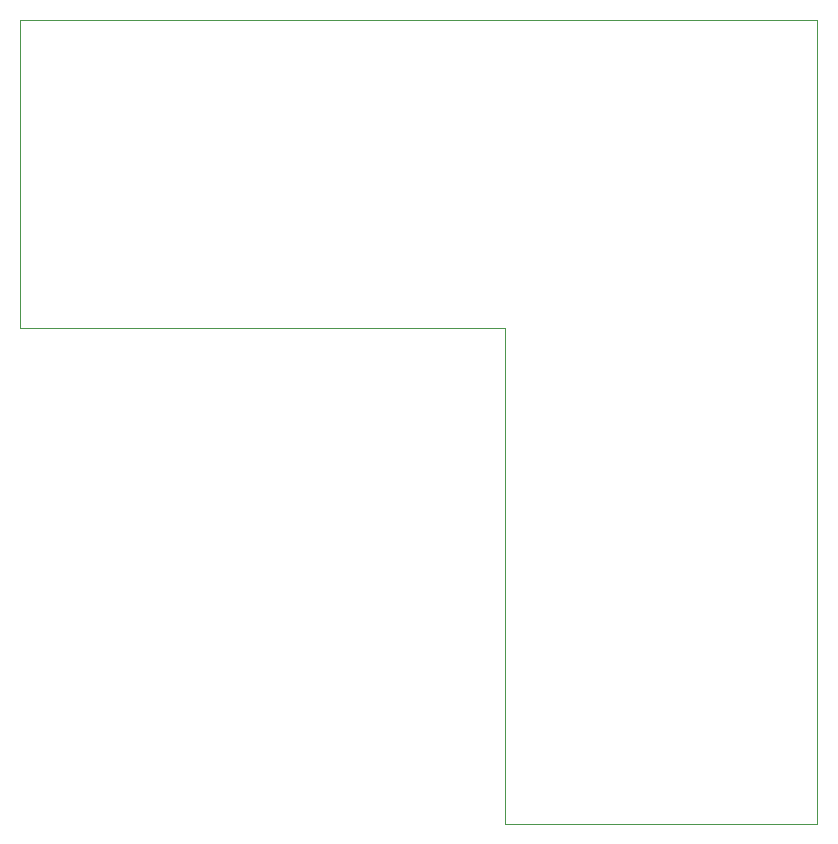
<source format=gbr>
%TF.GenerationSoftware,KiCad,Pcbnew,5.1.10*%
%TF.CreationDate,2021-11-06T10:08:14+01:00*%
%TF.ProjectId,air_quality_box,6169725f-7175-4616-9c69-74795f626f78,rev?*%
%TF.SameCoordinates,Original*%
%TF.FileFunction,Profile,NP*%
%FSLAX46Y46*%
G04 Gerber Fmt 4.6, Leading zero omitted, Abs format (unit mm)*
G04 Created by KiCad (PCBNEW 5.1.10) date 2021-11-06 10:08:14*
%MOMM*%
%LPD*%
G01*
G04 APERTURE LIST*
%TA.AperFunction,Profile*%
%ADD10C,0.050000*%
%TD*%
G04 APERTURE END LIST*
D10*
X139500000Y-64500000D02*
X98500000Y-64500000D01*
X166000000Y-38500000D02*
X98500000Y-38500000D01*
X166000000Y-106500000D02*
X166000000Y-38500000D01*
X98500000Y-64500000D02*
X98500000Y-38500000D01*
X139500000Y-106500000D02*
X139500000Y-64500000D01*
X166000000Y-106500000D02*
X139500000Y-106500000D01*
M02*

</source>
